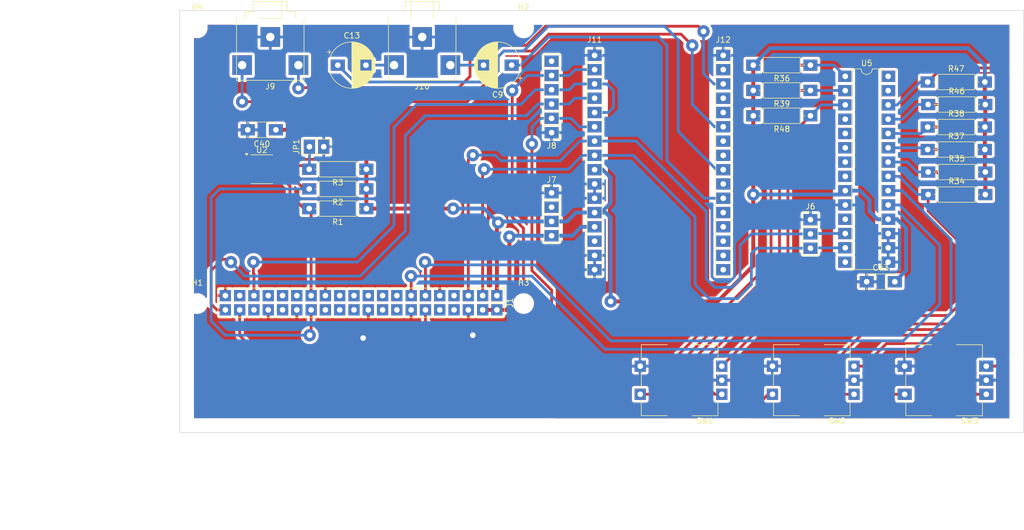
<source format=kicad_pcb>
(kicad_pcb (version 20241229) (generator "pcbnew") (generator_version "9.0")
  (title_block (title "Chorsu Pedal PCB") (date "2025-03-12") (rev "v1") (company "DRAWN BY NICOLAS VIALE"))
  (layers (0 "F.Cu" signal) (2 "B.Cu" signal) (25 "Edge.Cuts" user))
  (net 0 "")
  (net 1 "+3V3")
  (net 2 "GND")
  (net 3 "+5V")
  (net 4 "OUT_R")
  (net 5 "Net-(C9-Pad2)")
  (net 6 "OUT_L")
  (net 7 "Net-(C13-Pad2)")
  (net 9 "INT2")
  (net 10 "INT1")
  (net 11 "RIN2")
  (net 12 "LIN2")
  (net 14 "EEPROM_SCL")
  (net 16 "I2C_SCL")
  (net 19 "I2S_DIN")
  (net 28 "I2C_SDA")
  (net 33 "I2S_FS")
  (net 37 "EEPROM_SDA")
  (net 38 "I2S_CLK")
  (net 39 "I2S_DOUT")
  (net 40 "MCLK")
  (net 43 "+1V5")
  (net 45 "Net-(JP1-A)")
  (net 50 "+3.3VA")
  (net 63 "ENC1_A")
  (net 64 "ENC1_B")
  (net 65 "ENC1_SW")
  (net 66 "ENC2_A")
  (net 67 "ENC2_B")
  (net 68 "ENC2_SW")
  (net 69 "ENC3_A")
  (net 70 "ENC3_B")
  (net 71 "ENC3_SW")
  (footprint "Capacitor_THT:C_Disc_D4.7mm_W2.5mm_P5.00mm" (layer "F.Cu") (at 197.5 91)
    (property "Reference" "C43")
    (property "Value" "0.1u")
  )
  (footprint "Capacitor_THT:C_Disc_D4.7mm_W2.5mm_P5.00mm" (layer "F.Cu") (at 92.5 64 180)
    (property "Reference" "C40")
    (property "Value" "0.1u")
  )
  (footprint "Resistor_THT:R_Axial_DIN0207_L6.3mm_D2.5mm_P10.16mm_Horizontal" (layer "F.Cu") (at 208.42 59.5)
    (property "Reference" "R46")
    (property "Value" "10k")
  )
  (footprint "Resistor_THT:R_Axial_DIN0207_L6.3mm_D2.5mm_P10.16mm_Horizontal" (layer "F.Cu") (at 187.5 61.5 180)
    (property "Reference" "R48")
    (property "Value" "10k")
  )
  (footprint "Rotary_Encoder:RotaryEncoder_Bourns_Vertical_PEC12R-3x17F-Sxxxx" (layer "F.Cu") (at 218.75 111 180)
    (property "Reference" "SW3")
    (property "Value" "RotaryEncoder_Switch")
  )
  (footprint "Capacitor_THT:CP_Radial_D8.0mm_P5.00mm" (layer "F.Cu") (at 103.5 52.5)
    (property "Reference" "C13")
    (property "Value" "100u")
  )
  (footprint "Connector_PinHeader_2.54mm:PinHeader_1x04_P2.54mm_Vertical" (layer "F.Cu") (at 141.5 75.2)
    (property "Reference" "J7")
    (property "Value" "PWR")
  )
  (footprint "MountingHole:MountingHole_2.7mm_M2.5" (layer "F.Cu") (at 136.525 94.875)
    (property "Reference" "H3")
    (property "Value" "MountingHole")
  )
  (footprint "Connector_PinHeader_2.54mm:PinHeader_1x03_P2.54mm_Vertical" (layer "F.Cu") (at 187.5 79.96)
    (property "Reference" "J6")
    (property "Value" "I2C Header")
  )
  (footprint "Connector_PinSocket_2.54mm:PinSocket_1x16_P2.54mm_Vertical" (layer "F.Cu") (at 172 50.76)
    (property "Reference" "J12")
    (property "Value" "BOB21250-RIGHT")
  )
  (footprint "Rotary_Encoder:RotaryEncoder_Bourns_Vertical_PEC12R-3x17F-Sxxxx" (layer "F.Cu") (at 195.25 111 180)
    (property "Reference" "SW2")
    (property "Value" "RotaryEncoder_Switch")
  )
  (footprint "Resistor_THT:R_Axial_DIN0207_L6.3mm_D2.5mm_P10.16mm_Horizontal" (layer "F.Cu") (at 208.34 55.5)
    (property "Reference" "R47")
    (property "Value" "10k")
  )
  (footprint "Resistor_THT:R_Axial_DIN0207_L6.3mm_D2.5mm_P10.16mm_Horizontal" (layer "F.Cu") (at 208.42 71.5)
    (property "Reference" "R35")
    (property "Value" "10k")
  )
  (footprint "MountingHole:MountingHole_2.7mm_M2.5" (layer "F.Cu") (at 78.525 94.875)
    (property "Reference" "H1")
    (property "Value" "MountingHole")
  )
  (footprint "Rotary_Encoder:RotaryEncoder_Bourns_Vertical_PEC12R-3x17F-Sxxxx" (layer "F.Cu") (at 171.75 111 180)
    (property "Reference" "SW1")
    (property "Value" "RotaryEncoder_Switch")
  )
  (footprint "Connector_PinHeader_2.54mm:PinHeader_2x20_P2.54mm_Vertical" (layer "F.Cu") (at 131.78 93.46 -90)
    (property "Reference" "J1")
    (property "Value" "RPi GPIO")
  )
  (footprint "Resistor_THT:R_Axial_DIN0207_L6.3mm_D2.5mm_P10.16mm_Horizontal" (layer "F.Cu") (at 208.42 75.5)
    (property "Reference" "R34")
    (property "Value" "10k")
  )
  (footprint "Resistor_THT:R_Axial_DIN0207_L6.3mm_D2.5mm_P10.16mm_Horizontal" (layer "F.Cu") (at 208.34 67.5)
    (property "Reference" "R37")
    (property "Value" "10k")
  )
  (footprint "Connector_PinHeader_2.54mm:PinHeader_1x06_P2.54mm_Vertical" (layer "F.Cu") (at 141.5 64.5 180)
    (property "Reference" "J8")
    (property "Value" "I2S Header")
  )
  (footprint "Resistor_THT:R_Axial_DIN0207_L6.3mm_D2.5mm_P10.16mm_Horizontal" (layer "F.Cu") (at 208.34 63.5)
    (property "Reference" "R38")
    (property "Value" "10k")
  )
  (footprint "Resistor_THT:R_Axial_DIN0207_L6.3mm_D2.5mm_P10.16mm_Horizontal" (layer "F.Cu") (at 108.58 71 180)
    (property "Reference" "R3")
    (property "Value" "1k")
  )
  (footprint "MountingHole:MountingHole_2.7mm_M2.5" (layer "F.Cu") (at 136.525 45.875)
    (property "Reference" "H2")
    (property "Value" "MountingHole")
  )
  (footprint "Capacitor_THT:CP_Radial_D8.0mm_P5.00mm" (layer "F.Cu") (at 134.402651 52.5 180)
    (property "Reference" "C9")
    (property "Value" "100u")
  )
  (footprint "Connector_PinHeader_2.54mm:PinHeader_1x02_P2.54mm_Vertical" (layer "F.Cu") (at 98.46 67 90)
    (property "Reference" "JP1")
    (property "Value" "Jumper_2_Open")
  )
  (footprint "MountingHole:MountingHole_2.7mm_M2.5" (layer "F.Cu") (at 78.525 45.875)
    (property "Reference" "H4")
    (property "Value" "MountingHole")
  )
  (footprint "Resistor_THT:R_Axial_DIN0207_L6.3mm_D2.5mm_P10.16mm_Horizontal" (layer "F.Cu") (at 108.58 74.5 180)
    (property "Reference" "R2")
    (property "Value" "3k9")
  )
  (footprint "Package_DIP:DIP-28_W7.62mm" (layer "F.Cu") (at 193.69 54.49)
    (property "Reference" "U5")
    (property "Value" "MCP23017_SP")
  )
  (footprint "Connector_Audio:Jack_3.5mm_CUI_SJ1-3523N_Horizontal" (layer "F.Cu") (at 118.5 47.5 180)
    (property "Reference" "J10")
    (property "Value" "Line In")
  )
  (footprint "Resistor_THT:R_Axial_DIN0207_L6.3mm_D2.5mm_P10.16mm_Horizontal" (layer "F.Cu") (at 187.5 52.5 180)
    (property "Reference" "R36")
    (property "Value" "10k")
  )
  (footprint "Resistor_THT:R_Axial_DIN0207_L6.3mm_D2.5mm_P10.16mm_Horizontal" (layer "F.Cu") (at 187.5 57 180)
    (property "Reference" "R39")
    (property "Value" "10k")
  )
  (footprint "Package_SO:SOIC-8_3.9x4.9mm_P1.27mm" (layer "F.Cu") (at 90 71)
    (property "Reference" "U2")
    (property "Value" "24LC256")
  )
  (footprint "Connector_PinSocket_2.54mm:PinSocket_1x16_P2.54mm_Vertical" (layer "F.Cu") (at 149.14 50.76)
    (property "Reference" "J11")
    (property "Value" "BOB21250-LEFT")
  )
  (footprint "Resistor_THT:R_Axial_DIN0207_L6.3mm_D2.5mm_P10.16mm_Horizontal" (layer "F.Cu") (at 108.58 78 180)
    (property "Reference" "R1")
    (property "Value" "3k9")
  )
  (footprint "Connector_Audio:Jack_3.5mm_CUI_SJ1-3523N_Horizontal" (layer "F.Cu") (at 91.5 47.5 180)
    (property "Reference" "J9")
    (property "Value" "Line In")
  )
  (gr_rect (start 75.4 42.8) (end 225.4 117.8) (stroke (width 0.1)) (fill no) (layer "Edge.Cuts"))
  (gr_text "ENG5220 - CHORUS PEDAL" (at 77.5 115 0) (layer "F.Cu") (effects (font (size 3 3) (thickness 0.3)) (justify left bottom)))
  (segment (start 95 64) (end 92.5 64) (width 0.7) (layer "F.Cu") (net 1))
  (segment (start 131.78 80.72) (end 132 80.5) (width 0.7) (layer "F.Cu") (net 1))
  (segment (start 96 64) (end 104.5 64) (width 0.7) (layer "F.Cu") (net 1))
  (segment (start 95.5 67.5) (end 95.5 65.5) (width 0.7) (layer "F.Cu") (net 1))
  (segment (start 218.58 59.5) (end 218.58 63.42) (width 0.7) (layer "F.Cu") (net 1))
  (segment (start 95.5 65.5) (end 95.5 64.5) (width 0.7) (layer "F.Cu") (net 1))
  (segment (start 218.5 59.42) (end 218.58 59.5) (width 0.7) (layer "F.Cu") (net 1))
  (segment (start 131.78 93.46) (end 131.78 80.72) (width 0.7) (layer "F.Cu") (net 1))
  (segment (start 218.58 63.42) (end 218.5 63.5) (width 0.7) (layer "F.Cu") (net 1))
  (segment (start 218.5 55.5) (end 218.5 59.42) (width 0.7) (layer "F.Cu") (net 1))
  (segment (start 177.34 61.5) (end 177.34 75.5) (width 0.7) (layer "F.Cu") (net 1))
  (segment (start 218.5 63.5) (end 218.5 67.5) (width 0.7) (layer "F.Cu") (net 1))
  (segment (start 108.58 71) (end 108.58 74.5) (width 0.7) (layer "F.Cu") (net 1))
  (segment (start 92.475 69.095) (end 93.905 69.095) (width 0.7) (layer "F.Cu") (net 1))
  (segment (start 104.5 64) (end 108.58 68.08) (width 0.7) (layer "F.Cu") (net 1))
  (segment (start 95.5 64.5) (end 96 64) (width 0.7) (layer "F.Cu") (net 1))
  (segment (start 108.58 78) (end 124 78) (width 0.7) (layer "F.Cu") (net 1))
  (segment (start 171 94.5) (end 152 94.5) (width 0.7) (layer "F.Cu") (net 1))
  (segment (start 177.34 88.16) (end 171 94.5) (width 0.7) (layer "F.Cu") (net 1))
  (segment (start 218.5 67.5) (end 218.5 71.42) (width 0.7) (layer "F.Cu") (net 1))
  (segment (start 177.34 57) (end 177.34 61.5) (width 0.7) (layer "F.Cu") (net 1))
  (segment (start 95.5 64.5) (end 95 64) (width 0.7) (layer "F.Cu") (net 1))
  (segment (start 177.34 52.5) (end 177.34 57) (width 0.7) (layer "F.Cu") (net 1))
  (segment (start 177.34 75.5) (end 177.34 88.16) (width 0.7) (layer "F.Cu") (net 1))
  (segment (start 108.58 68.08) (end 108.58 71) (width 0.7) (layer "F.Cu") (net 1))
  (segment (start 218.5 71.42) (end 218.58 71.5) (width 0.7) (layer "F.Cu") (net 1))
  (segment (start 218.58 71.5) (end 218.58 75.5) (width 0.7) (layer "F.Cu") (net 1))
  (segment (start 93.905 69.095) (end 95.5 67.5) (width 0.7) (layer "F.Cu") (net 1))
  (segment (start 108.58 74.5) (end 108.58 78) (width 0.7) (layer "F.Cu") (net 1))
  (via (at 152 94.5) (size 2.2) (drill 1) (layers "F.Cu" "B.Cu") (net 1))
  (via (at 177.34 75.5) (size 2.2) (drill 1) (layers "F.Cu" "B.Cu") (net 1))
  (via (at 132 80.5) (size 2.2) (drill 1) (layers "F.Cu" "B.Cu") (net 1))
  (via (at 124 78) (size 2.2) (drill 1) (layers "F.Cu" "B.Cu") (net 1))
  (segment (start 204.5 89) (end 202.5 91) (width 0.7) (layer "B.Cu") (net 1))
  (segment (start 198 78.5) (end 198 76.5) (width 0.7) (layer "B.Cu") (net 1))
  (segment (start 218.5 55.5) (end 218.5 52.5) (width 0.7) (layer "B.Cu") (net 1))
  (segment (start 204.5 81.5) (end 204.5 89) (width 0.7) (layer "B.Cu") (net 1))
  (segment (start 141.5 80.28) (end 144.22 80.28) (width 0.7) (layer "B.Cu") (net 1))
  (segment (start 144.22 80.28) (end 145.8 78.7) (width 0.7) (layer "B.Cu") (net 1))
  (segment (start 198 76.5) (end 196.31 74.81) (width 0.7) (layer "B.Cu") (net 1))
  (segment (start 152 94.5) (end 152 79.61) (width 0.7) (layer "B.Cu") (net 1))
  (segment (start 215.5 49.5) (end 180.34 49.5) (width 0.7) (layer "B.Cu") (net 1))
  (segment (start 145.8 78.7) (end 149.14 78.7) (width 0.7) (layer "B.Cu") (net 1))
  (segment (start 180.34 49.5) (end 177.34 52.5) (width 0.7) (layer "B.Cu") (net 1))
  (segment (start 132 80.5) (end 132.22 80.28) (width 0.7) (layer "B.Cu") (net 1))
  (segment (start 218.5 52.5) (end 215.5 49.5) (width 0.7) (layer "B.Cu") (net 1))
  (segment (start 201.31 79.89) (end 202.89 79.89) (width 0.7) (layer "B.Cu") (net 1))
  (segment (start 124 78) (end 129.5 78) (width 0.7) (layer "B.Cu") (net 1))
  (segment (start 152 79.61) (end 151.09 78.7) (width 0.7) (layer "B.Cu") (net 1))
  (segment (start 199.39 79.89) (end 198 78.5) (width 0.7) (layer "B.Cu") (net 1))
  (segment (start 201.31 79.89) (end 199.39 79.89) (width 0.7) (layer "B.Cu") (net 1))
  (segment (start 152 72.5) (end 152 77) (width 0.7) (layer "B.Cu") (net 1))
  (segment (start 193 75.5) (end 177.34 75.5) (width 0.7) (layer "B.Cu") (net 1))
  (segment (start 150.3 78.7) (end 149.14 78.7) (width 0.7) (layer "B.Cu") (net 1))
  (segment (start 196.31 74.81) (end 193.69 74.81) (width 0.7) (layer "B.Cu") (net 1))
  (segment (start 132.22 80.28) (end 141.5 80.28) (width 0.7) (layer "B.Cu") (net 1))
  (segment (start 193.69 74.81) (end 193 75.5) (width 0.7) (layer "B.Cu") (net 1))
  (segment (start 151.09 78.7) (end 149.14 78.7) (width 0.7) (layer "B.Cu") (net 1))
  (segment (start 202.89 79.89) (end 204.5 81.5) (width 0.7) (layer "B.Cu") (net 1))
  (segment (start 129.5 78) (end 132 80.5) (width 0.7) (layer "B.Cu") (net 1))
  (segment (start 150.58 71.08) (end 152 72.5) (width 0.7) (layer "B.Cu") (net 1))
  (segment (start 152 77) (end 150.3 78.7) (width 0.7) (layer "B.Cu") (net 1))
  (segment (start 149.14 71.08) (end 150.58 71.08) (width 0.7) (layer "B.Cu") (net 1))
  (segment (start 108.92 100.08) (end 108 101) (width 0.5) (layer "F.Cu") (net 2))
  (segment (start 126.7 96) (end 126.7 99.7) (width 0.5) (layer "F.Cu") (net 2))
  (segment (start 108.92 96) (end 108.92 100.08) (width 0.5) (layer "F.Cu") (net 2))
  (segment (start 126.7 99.7) (end 127.5 100.5) (width 0.5) (layer "F.Cu") (net 2))
  (via (at 127.5 100.5) (size 2.2) (drill 1) (layers "F.Cu" "B.Cu") (net 2))
  (via (at 108 101) (size 2.2) (drill 1) (layers "F.Cu" "B.Cu") (net 2))
  (segment (start 133.48 96) (end 134 95.48) (width 0.7) (layer "F.Cu") (net 3))
  (segment (start 134 95.48) (end 134 83) (width 0.7) (layer "F.Cu") (net 3))
  (segment (start 131.78 96) (end 133.48 96) (width 0.7) (layer "F.Cu") (net 3))
  (segment (start 131.78 96) (end 129.24 96) (width 0.7) (layer "F.Cu") (net 3))
  (via (at 134 83) (size 2.2) (drill 1) (layers "F.Cu" "B.Cu") (net 3))
  (segment (start 134 83) (end 134.18 82.82) (width 0.7) (layer "B.Cu") (net 3))
  (segment (start 145.18 82.82) (end 146.76 81.24) (width 0.7) (layer "B.Cu") (net 3))
  (segment (start 146.76 81.24) (end 149.14 81.24) (width 0.7) (layer "B.Cu") (net 3))
  (segment (start 134.18 82.82) (end 141.5 82.82) (width 0.7) (layer "B.Cu") (net 3))
  (segment (start 141.5 82.82) (end 145.18 82.82) (width 0.7) (layer "B.Cu") (net 3))
  (segment (start 168.66 76.16) (end 162 69.5) (width 0.5) (layer "B.Cu") (net 4))
  (segment (start 172 76.16) (end 168.66 76.16) (width 0.5) (layer "B.Cu") (net 4))
  (segment (start 162 49) (end 160.5 47.5) (width 0.5) (layer "B.Cu") (net 4))
  (segment (start 141 47.5) (end 136 52.5) (width 0.5) (layer "B.Cu") (net 4))
  (segment (start 136 52.5) (end 134.402651 52.5) (width 0.5) (layer "B.Cu") (net 4))
  (segment (start 162 69.5) (end 162 49) (width 0.5) (layer "B.Cu") (net 4))
  (segment (start 160.5 47.5) (end 141 47.5) (width 0.5) (layer "B.Cu") (net 4))
  (segment (start 123.5 52.5) (end 128.402651 52.5) (width 0.5) (layer "B.Cu") (net 5))
  (segment (start 140.909 45.591) (end 136.5 50) (width 0.5) (layer "B.Cu") (net 6))
  (segment (start 133 50) (end 132 51) (width 0.5) (layer "B.Cu") (net 6))
  (segment (start 164 64.292) (end 164 48) (width 0.5) (layer "B.Cu") (net 6))
  (segment (start 172 71.08) (end 170.788 71.08) (width 0.5) (layer "B.Cu") (net 6))
  (segment (start 170.788 71.08) (end 164 64.292) (width 0.5) (layer "B.Cu") (net 6))
  (segment (start 136.5 50) (end 133 50) (width 0.5) (layer "B.Cu") (net 6))
  (segment (start 132 53.5) (end 130 55.5) (width 0.5) (layer "B.Cu") (net 6))
  (segment (start 132 51) (end 132 53.5) (width 0.5) (layer "B.Cu") (net 6))
  (segment (start 130 55.5) (end 106.5 55.5) (width 0.5) (layer "B.Cu") (net 6))
  (segment (start 106.5 55.5) (end 103.5 52.5) (width 0.5) (layer "B.Cu") (net 6))
  (segment (start 161.591 45.591) (end 140.909 45.591) (width 0.5) (layer "B.Cu") (net 6))
  (segment (start 164 48) (end 161.591 45.591) (width 0.5) (layer "B.Cu") (net 6))
  (segment (start 113.5 52.5) (end 108.5 52.5) (width 0.5) (layer "B.Cu") (net 7))
  (segment (start 116.54 90.04) (end 116.5 90) (width 0.5) (layer "F.Cu") (net 9))
  (segment (start 116.54 93.46) (end 116.54 90.04) (width 0.5) (layer "F.Cu") (net 9))
  (via (at 116.5 90) (size 2.2) (drill 1) (layers "F.Cu" "B.Cu") (net 9))
  (segment (start 116.5 90) (end 138 90) (width 0.5) (layer "B.Cu") (net 9))
  (segment (start 212.5 96.5) (end 212.5 83.5) (width 0.5) (layer "B.Cu") (net 9))
  (segment (start 138 90) (end 151 103) (width 0.5) (layer "B.Cu") (net 9))
  (segment (start 206 103) (end 212.5 96.5) (width 0.5) (layer "B.Cu") (net 9))
  (segment (start 203.81 74.81) (end 201.31 74.81) (width 0.5) (layer "B.Cu") (net 9))
  (segment (start 151 103) (end 206 103) (width 0.5) (layer "B.Cu") (net 9))
  (segment (start 212.5 83.5) (end 203.81 74.81) (width 0.5) (layer "B.Cu") (net 9))
  (segment (start 119.08 93.46) (end 119.08 87.58) (width 0.5) (layer "F.Cu") (net 10))
  (segment (start 119.08 87.58) (end 119 87.5) (width 0.5) (layer "F.Cu") (net 10))
  (via (at 119 87.5) (size 2.2) (drill 1) (layers "F.Cu" "B.Cu") (net 10))
  (segment (start 204 101.5) (end 152.5 101.5) (width 0.5) (layer "B.Cu") (net 10))
  (segment (start 210.5 95) (end 204 101.5) (width 0.5) (layer "B.Cu") (net 10))
  (segment (start 210.5 84.5) (end 210.5 95) (width 0.5) (layer "B.Cu") (net 10))
  (segment (start 138.5 88) (end 152 101.5) (width 0.5) (layer "B.Cu") (net 10))
  (segment (start 119.5 88) (end 138.5 88) (width 0.5) (layer "B.Cu") (net 10))
  (segment (start 201.31 77.35) (end 203.35 77.35) (width 0.5) (layer "B.Cu") (net 10))
  (segment (start 119 87.5) (end 119.5 88) (width 0.5) (layer "B.Cu") (net 10))
  (segment (start 203.35 77.35) (end 210.5 84.5) (width 0.5) (layer "B.Cu") (net 10))
  (segment (start 152 101.5) (end 152.5 101.5) (width 0.5) (layer "B.Cu") (net 10))
  (segment (start 137 49) (end 129 49) (width 0.5) (layer "F.Cu") (net 11))
  (segment (start 125.001 56.5) (end 96.6 56.5) (width 0.5) (layer "F.Cu") (net 11))
  (segment (start 167.591 45.591) (end 140.409 45.591) (width 0.5) (layer "F.Cu") (net 11))
  (segment (start 140.409 45.591) (end 137 49) (width 0.5) (layer "F.Cu") (net 11))
  (segment (start 129 49) (end 127 51) (width 0.5) (layer "F.Cu") (net 11))
  (segment (start 127 54.501) (end 125.001 56.5) (width 0.5) (layer "F.Cu") (net 11))
  (segment (start 127 51) (end 127 54.501) (width 0.5) (layer "F.Cu") (net 11))
  (segment (start 168.5 46.5) (end 167.591 45.591) (width 0.5) (layer "F.Cu") (net 11))
  (segment (start 96.6 56.5) (end 96.5 56.6) (width 0.5) (layer "F.Cu") (net 11))
  (via (at 168.5 46.5) (size 2.2) (drill 1) (layers "F.Cu" "B.Cu") (net 11))
  (via (at 96.5 56.6) (size 2.2) (drill 1) (layers "F.Cu" "B.Cu") (net 11))
  (segment (start 172 55.84) (end 170.34 55.84) (width 0.5) (layer "B.Cu") (net 11))
  (segment (start 169 54.5) (end 168.5 54) (width 0.5) (layer "B.Cu") (net 11))
  (segment (start 96.5 56.6) (end 96.5 52.5) (width 0.5) (layer "B.Cu") (net 11))
  (segment (start 168.5 54) (end 168.5 46.5) (width 0.5) (layer "B.Cu") (net 11))
  (segment (start 170.34 55.84) (end 169 54.5) (width 0.5) (layer "B.Cu") (net 11))
  (segment (start 138 50) (end 133 50) (width 0.5) (layer "F.Cu") (net 12))
  (segment (start 164.5 47) (end 141 47) (width 0.5) (layer "F.Cu") (net 12))
  (segment (start 166.5 49) (end 164.5 47) (width 0.5) (layer "F.Cu") (net 12))
  (segment (start 126.5 59) (end 86.5 59) (width 0.5) (layer "F.Cu") (net 12))
  (segment (start 132 51) (end 132 53.5) (width 0.5) (layer "F.Cu") (net 12))
  (segment (start 141 47) (end 138 50) (width 0.5) (layer "F.Cu") (net 12))
  (segment (start 132 53.5) (end 126.5 59) (width 0.5) (layer "F.Cu") (net 12))
  (segment (start 133 50) (end 132 51) (width 0.5) (layer "F.Cu") (net 12))
  (via (at 86.5 59) (size 2.2) (drill 1) (layers "F.Cu" "B.Cu") (net 12))
  (via (at 166.5 49) (size 2.2) (drill 1) (layers "F.Cu" "B.Cu") (net 12))
  (segment (start 170.46 63.46) (end 168 61) (width 0.5) (layer "B.Cu") (net 12))
  (segment (start 86.5 59) (end 86.5 52.5) (width 0.5) (layer "B.Cu") (net 12))
  (segment (start 172 63.46) (end 170.46 63.46) (width 0.5) (layer "B.Cu") (net 12))
  (segment (start 166.5 59.5) (end 166.5 49) (width 0.5) (layer "B.Cu") (net 12))
  (segment (start 168 61) (end 166.5 59.5) (width 0.5) (layer "B.Cu") (net 12))
  (segment (start 94.635 71.635) (end 97.5 74.5) (width 0.5) (layer "F.Cu") (net 14))
  (segment (start 97.5 74.5) (end 98.42 74.5) (width 0.5) (layer "F.Cu") (net 14))
  (segment (start 92.475 71.635) (end 94.635 71.635) (width 0.5) (layer "F.Cu") (net 14))
  (segment (start 98.76 96) (end 98.76 100.24) (width 0.5) (layer "F.Cu") (net 14))
  (segment (start 98.76 100.24) (end 98.5 100.5) (width 0.5) (layer "F.Cu") (net 14))
  (via (at 98.5 100.5) (size 2.2) (drill 1) (layers "F.Cu" "B.Cu") (net 14))
  (segment (start 83.5 100.5) (end 81 98) (width 0.5) (layer "B.Cu") (net 14))
  (segment (start 81 98) (end 81 76) (width 0.5) (layer "B.Cu") (net 14))
  (segment (start 81 76) (end 82.5 74.5) (width 0.5) (layer "B.Cu") (net 14))
  (segment (start 98.5 100.5) (end 83.5 100.5) (width 0.5) (layer "B.Cu") (net 14))
  (segment (start 82.5 74.5) (end 98.42 74.5) (width 0.5) (layer "B.Cu") (net 14))
  (segment (start 126.700001 93.46) (end 126.700001 69.299999) (width 0.5) (layer "F.Cu") (net 16))
  (segment (start 126.700001 69.299999) (end 127.5 68.5) (width 0.5) (layer "F.Cu") (net 16))
  (via (at 127.5 68.5) (size 2.2) (drill 1) (layers "F.Cu" "B.Cu") (net 16))
  (segment (start 173.5 92) (end 170.5 92) (width 0.5) (layer "B.Cu") (net 16))
  (segment (start 175 90.5) (end 173.5 92) (width 0.5) (layer "B.Cu") (net 16))
  (segment (start 187.5 82.5) (end 177 82.5) (width 0.5) (layer "B.Cu") (net 16))
  (segment (start 187.57 82.43) (end 187.5 82.5) (width 0.5) (layer "B.Cu") (net 16))
  (segment (start 143 69.5) (end 146.5 66) (width 0.5) (layer "B.Cu") (net 16))
  (segment (start 146.5 66) (end 149.14 66) (width 0.5) (layer "B.Cu") (net 16))
  (segment (start 177 82.5) (end 175 84.5) (width 0.5) (layer "B.Cu") (net 16))
  (segment (start 131.5 68.5) (end 132.5 69.5) (width 0.5) (layer "B.Cu") (net 16))
  (segment (start 127.5 68.5) (end 131.5 68.5) (width 0.5) (layer "B.Cu") (net 16))
  (segment (start 169 90.5) (end 169 78.5) (width 0.5) (layer "B.Cu") (net 16))
  (segment (start 170.5 92) (end 169 90.5) (width 0.5) (layer "B.Cu") (net 16))
  (segment (start 175 84.5) (end 175 90.5) (width 0.5) (layer "B.Cu") (net 16))
  (segment (start 156.5 66) (end 149.14 66) (width 0.5) (layer "B.Cu") (net 16))
  (segment (start 132.5 69.5) (end 143 69.5) (width 0.5) (layer "B.Cu") (net 16))
  (segment (start 169 78.5) (end 156.5 66) (width 0.5) (layer "B.Cu") (net 16))
  (segment (start 193.69 82.43) (end 187.57 82.43) (width 0.5) (layer "B.Cu") (net 16))
  (segment (start 83 87) (end 81 89) (width 0.5) (layer "F.Cu") (net 19))
  (segment (start 84 87) (end 83 87) (width 0.5) (layer "F.Cu") (net 19))
  (segment (start 82.02 96) (end 83.52 96) (width 0.5) (layer "F.Cu") (net 19))
  (segment (start 84.5 87.5) (end 84 87) (width 0.5) (layer "F.Cu") (net 19))
  (segment (start 81 94.98) (end 82.02 96) (width 0.5) (layer "F.Cu") (net 19))
  (segment (start 81 89) (end 81 94.98) (width 0.5) (layer "F.Cu") (net 19))
  (via (at 84.5 87.5) (size 2.2) (drill 1) (layers "F.Cu" "B.Cu") (net 19))
  (segment (start 116.5 64) (end 115.5 65) (width 0.5) (layer "B.Cu") (net 19))
  (segment (start 115.5 65) (end 115.5 77.5) (width 0.5) (layer "B.Cu") (net 19))
  (segment (start 110.5 87) (end 107.5 90) (width 0.5) (layer "B.Cu") (net 19))
  (segment (start 87 90) (end 84.5 87.5) (width 0.5) (layer "B.Cu") (net 19))
  (segment (start 115.5 82) (end 110.5 87) (width 0.5) (layer "B.Cu") (net 19))
  (segment (start 119 61.5) (end 116.5 64) (width 0.5) (layer "B.Cu") (net 19))
  (segment (start 107.5 90) (end 100 90) (width 0.5) (layer "B.Cu") (net 19))
  (segment (start 115.5 77.5) (end 115.5 82) (width 0.5) (layer "B.Cu") (net 19))
  (segment (start 137 61.5) (end 128.5 61.5) (width 0.5) (layer "B.Cu") (net 19))
  (segment (start 128.5 61.5) (end 119 61.5) (width 0.5) (layer "B.Cu") (net 19))
  (segment (start 144.579999 59.420001) (end 145.62 58.38) (width 0.5) (layer "B.Cu") (net 19))
  (segment (start 145.62 58.38) (end 149.14 58.38) (width 0.5) (layer "B.Cu") (net 19))
  (segment (start 141.5 59.420001) (end 144.579999 59.420001) (width 0.5) (layer "B.Cu") (net 19))
  (segment (start 141.5 59.420001) (end 139.079999 59.420001) (width 0.5) (layer "B.Cu") (net 19))
  (segment (start 100 90) (end 87 90) (width 0.5) (layer "B.Cu") (net 19))
  (segment (start 139.079999 59.420001) (end 137 61.5) (width 0.5) (layer "B.Cu") (net 19))
  (segment (start 129.24 71.26) (end 129.5 71) (width 0.5) (layer "F.Cu") (net 28))
  (segment (start 129.24 93.46) (end 129.24 71.26) (width 0.5) (layer "F.Cu") (net 28))
  (via (at 129.5 71) (size 2.2) (drill 1) (layers "F.Cu" "B.Cu") (net 28))
  (segment (start 167 91.5) (end 167 79.5) (width 0.5) (layer "B.Cu") (net 28))
  (segment (start 177 91.5) (end 174.5 94) (width 0.5) (layer "B.Cu") (net 28))
  (segment (start 129.5 71) (end 144.5 71) (width 0.5) (layer "B.Cu") (net 28))
  (segment (start 167 79.5) (end 156.04 68.54) (width 0.5) (layer "B.Cu") (net 28))
  (segment (start 177.96 85.04) (end 177 86) (width 0.5) (layer "B.Cu") (net 28))
  (segment (start 144.5 71) (end 146.96 68.54) (width 0.5) (layer "B.Cu") (net 28))
  (segment (start 169.5 94) (end 167 91.5) (width 0.5) (layer "B.Cu") (net 28))
  (segment (start 156.04 68.54) (end 149.14 68.54) (width 0.5) (layer "B.Cu") (net 28))
  (segment (start 146.96 68.54) (end 149.14 68.54) (width 0.5) (layer "B.Cu") (net 28))
  (segment (start 174.5 94) (end 169.5 94) (width 0.5) (layer "B.Cu") (net 28))
  (segment (start 193.69 84.97) (end 187.57 84.97) (width 0.5) (layer "B.Cu") (net 28))
  (segment (start 187.5 85.04) (end 177.96 85.04) (width 0.5) (layer "B.Cu") (net 28))
  (segment (start 187.57 84.97) (end 187.5 85.04) (width 0.5) (layer "B.Cu") (net 28))
  (segment (start 177 86) (end 177 91.5) (width 0.5) (layer "B.Cu") (net 28))
  (segment (start 88.6 89.6) (end 88.6 93.46) (width 0.5) (layer "F.Cu") (net 33))
  (segment (start 88.5 89.5) (end 88.6 89.6) (width 0.5) (layer "F.Cu") (net 33))
  (segment (start 88.5 87.5) (end 88.5 89.5) (width 0.5) (layer "F.Cu") (net 33))
  (via (at 88.5 87.5) (size 2.2) (drill 1) (layers "F.Cu" "B.Cu") (net 33))
  (segment (start 152.5 57) (end 151.34 55.84) (width 0.5) (layer "B.Cu") (net 33))
  (segment (start 109.5 85) (end 107 87.5) (width 0.5) (layer "B.Cu") (net 33))
  (segment (start 141.5 56.88) (end 138.62 56.88) (width 0.5) (layer "B.Cu") (net 33))
  (segment (start 113.5 81) (end 109.5 85) (width 0.5) (layer "B.Cu") (net 33))
  (segment (start 107 87.5) (end 88.5 87.5) (width 0.5) (layer "B.Cu") (net 33))
  (segment (start 145.66 55.84) (end 149.14 55.84) (width 0.5) (layer "B.Cu") (net 33))
  (segment (start 152.5 60) (end 152.5 57) (width 0.5) (layer "B.Cu") (net 33))
  (segment (start 138.62 56.88) (end 136 59.5) (width 0.5) (layer "B.Cu") (net 33))
  (segment (start 151.34 55.84) (end 149.14 55.84) (width 0.5) (layer "B.Cu") (net 33))
  (segment (start 117.5 59.5) (end 113.5 63.5) (width 0.5) (layer "B.Cu") (net 33))
  (segment (start 149.14 60.92) (end 151.58 60.92) (width 0.5) (layer "B.Cu") (net 33))
  (segment (start 141.5 56.88) (end 144.62 56.88) (width 0.5) (layer "B.Cu") (net 33))
  (segment (start 144.62 56.88) (end 145.66 55.84) (width 0.5) (layer "B.Cu") (net 33))
  (segment (start 151.58 60.92) (end 152.5 60) (width 0.5) (layer "B.Cu") (net 33))
  (segment (start 136 59.5) (end 117.5 59.5) (width 0.5) (layer "B.Cu") (net 33))
  (segment (start 113.5 63.5) (end 113.5 81) (width 0.5) (layer "B.Cu") (net 33))
  (segment (start 95 74) (end 95 75.5) (width 0.5) (layer "F.Cu") (net 37))
  (segment (start 97.5 78) (end 98.42 78) (width 0.5) (layer "F.Cu") (net 37))
  (segment (start 98.76 93.46) (end 98.76 78.34) (width 0.5) (layer "F.Cu") (net 37))
  (segment (start 92.475 72.905) (end 93.905 72.905) (width 0.5) (layer "F.Cu") (net 37))
  (segment (start 95 75.5) (end 97.5 78) (width 0.5) (layer "F.Cu") (net 37))
  (segment (start 93.905 72.905) (end 95 74) (width 0.5) (layer "F.Cu") (net 37))
  (segment (start 98.76 78.34) (end 98.42 78) (width 0.5) (layer "F.Cu") (net 37))
  (segment (start 119.08 98.08) (end 119.08 96) (width 0.5) (layer "F.Cu") (net 38))
  (segment (start 139.5 97) (end 133.5 103) (width 0.5) (layer "F.Cu") (net 38))
  (segment (start 133.5 103) (end 124 103) (width 0.5) (layer "F.Cu") (net 38))
  (segment (start 136.5 90.5) (end 139.5 93.5) (width 0.5) (layer "F.Cu") (net 38))
  (segment (start 124 103) (end 119.08 98.08) (width 0.5) (layer "F.Cu") (net 38))
  (segment (start 136.5 81.5) (end 136.5 90.5) (width 0.5) (layer "F.Cu") (net 38))
  (segment (start 134.5 57) (end 134.5 79.5) (width 0.5) (layer "F.Cu") (net 38))
  (segment (start 134.5 79.5) (end 136.5 81.5) (width 0.5) (layer "F.Cu") (net 38))
  (segment (start 139.5 93.5) (end 139.5 97) (width 0.5) (layer "F.Cu") (net 38))
  (via (at 134.5 57) (size 2.2) (drill 1) (layers "F.Cu" "B.Cu") (net 38))
  (segment (start 141.5 54.34) (end 144.66 54.34) (width 0.5) (layer "B.Cu") (net 38))
  (segment (start 144.66 54.34) (end 145.7 53.3) (width 0.5) (layer "B.Cu") (net 38))
  (segment (start 137.16 54.34) (end 134.5 57) (width 0.5) (layer "B.Cu") (net 38))
  (segment (start 145.7 53.3) (end 149.14 53.3) (width 0.5) (layer "B.Cu") (net 38))
  (segment (start 141.5 54.34) (end 137.16 54.34) (width 0.5) (layer "B.Cu") (net 38))
  (segment (start 138 89) (end 141.5 92.5) (width 0.5) (layer "F.Cu") (net 39))
  (segment (start 86.06 100.56) (end 86.06 96) (width 0.5) (layer "F.Cu") (net 39))
  (segment (start 141.5 98) (end 135 104.5) (width 0.5) (layer "F.Cu") (net 39))
  (segment (start 141.5 92.5) (end 141.5 98) (width 0.5) (layer "F.Cu") (net 39))
  (segment (start 135 104.5) (end 90 104.5) (width 0.5) (layer "F.Cu") (net 39))
  (segment (start 90 104.5) (end 86.06 100.56) (width 0.5) (layer "F.Cu") (net 39))
  (segment (start 138 66.5) (end 138 89) (width 0.5) (layer "F.Cu") (net 39))
  (via (at 138 66.5) (size 2.2) (drill 1) (layers "F.Cu" "B.Cu") (net 39))
  (segment (start 138 63.5) (end 138 66.5) (width 0.5) (layer "B.Cu") (net 39))
  (segment (start 146.46 63.46) (end 149.14 63.46) (width 0.5) (layer "B.Cu") (net 39))
  (segment (start 141.5 61.96) (end 139.54 61.96) (width 0.5) (layer "B.Cu") (net 39))
  (segment (start 141.5 61.96) (end 144.96 61.96) (width 0.5) (layer "B.Cu") (net 39))
  (segment (start 139.54 61.96) (end 138 63.5) (width 0.5) (layer "B.Cu") (net 39))
  (segment (start 144.96 61.96) (end 146.46 63.46) (width 0.5) (layer "B.Cu") (net 39))
  (segment (start 92.475 70.365) (end 97.785 70.365) (width 0.5) (layer "F.Cu") (net 45))
  (segment (start 97.785 70.365) (end 98.42 71) (width 0.5) (layer "F.Cu") (net 45))
  (segment (start 98.46 67) (end 98.46 70.96) (width 0.5) (layer "B.Cu") (net 45))
  (segment (start 98.46 70.96) (end 98.42 71) (width 0.5) (layer "B.Cu") (net 45))
  (segment (start 208.42 75.5) (end 208.42 78.42) (width 0.5) (layer "F.Cu") (net 63))
  (segment (start 215 94) (end 212 97) (width 0.5) (layer "F.Cu") (net 63))
  (segment (start 208.42 78.42) (end 215 85) (width 0.5) (layer "F.Cu") (net 63))
  (segment (start 169 109.5) (end 170.5 111) (width 0.5) (layer "F.Cu") (net 63))
  (segment (start 212 97) (end 176.5 97) (width 0.5) (layer "F.Cu") (net 63))
  (segment (start 169 104.5) (end 169 109.5) (width 0.5) (layer "F.Cu") (net 63))
  (segment (start 170.5 111) (end 171.75 111) (width 0.5) (layer "F.Cu") (net 63))
  (segment (start 176.5 97) (end 169 104.5) (width 0.5) (layer "F.Cu") (net 63))
  (segment (start 215 85) (end 215 94) (width 0.5) (layer "F.Cu") (net 63))
  (segment (start 206.5 75.5) (end 208.42 75.5) (width 0.5) (layer "B.Cu") (net 63))
  (segment (start 203.27 72.27) (end 206.5 75.5) (width 0.5) (layer "B.Cu") (net 63))
  (segment (start 201.31 72.27) (end 203.27 72.27) (width 0.5) (layer "B.Cu") (net 63))
  (segment (start 211.5 73) (end 210 71.5) (width 0.5) (layer "F.Cu") (net 64))
  (segment (start 210 71.5) (end 208.42 71.5) (width 0.5) (layer "F.Cu") (net 64))
  (segment (start 211.5 79.5) (end 211.5 73) (width 0.5) (layer "F.Cu") (net 64))
  (segment (start 216.5 95) (end 216.5 84.5) (width 0.5) (layer "F.Cu") (net 64))
  (segment (start 179.25 98.5) (end 213 98.5) (width 0.5) (layer "F.Cu") (net 64))
  (segment (start 213 98.5) (end 216.5 95) (width 0.5) (layer "F.Cu") (net 64))
  (segment (start 171.75 106) (end 179.25 98.5) (width 0.5) (layer "F.Cu") (net 64))
  (segment (start 216.5 84.5) (end 211.5 79.5) (width 0.5) (layer "F.Cu") (net 64))
  (segment (start 204.73 69.73) (end 206.5 71.5) (width 0.5) (layer "B.Cu") (net 64))
  (segment (start 206.5 71.5) (end 208.42 71.5) (width 0.5) (layer "B.Cu") (net 64))
  (segment (start 201.31 69.73) (end 204.73 69.73) (width 0.5) (layer "B.Cu") (net 64))
  (segment (start 180.5 87.5) (end 180.5 55.5) (width 0.5) (layer "F.Cu") (net 65))
  (segment (start 183.5 52.5) (end 187.5 52.5) (width 0.5) (layer "F.Cu") (net 65))
  (segment (start 157.25 111) (end 160.5 111) (width 0.5) (layer "F.Cu") (net 65))
  (segment (start 160.5 111) (end 163.5 108) (width 0.5) (layer "F.Cu") (net 65))
  (segment (start 180.5 55.5) (end 183.5 52.5) (width 0.5) (layer "F.Cu") (net 65))
  (segment (start 163.5 108) (end 163.5 104.5) (width 0.5) (layer "F.Cu") (net 65))
  (segment (start 163.5 104.5) (end 180.5 87.5) (width 0.5) (layer "F.Cu") (net 65))
  (segment (start 187.5 52.5) (end 191.7 52.5) (width 0.5) (layer "B.Cu") (net 65))
  (segment (start 191.7 52.5) (end 193.69 54.49) (width 0.5) (layer "B.Cu") (net 65))
  (segment (start 213 69) (end 211.5 67.5) (width 0.5) (layer "F.Cu") (net 66))
  (segment (start 193.5 111) (end 192.5 110) (width 0.5) (layer "F.Cu") (net 66))
  (segment (start 195.25 111) (end 193.5 111) (width 0.5) (layer "F.Cu") (net 66))
  (segment (start 214 100.5) (end 218 96.5) (width 0.5) (layer "F.Cu") (net 66))
  (segment (start 213 79) (end 213 69) (width 0.5) (layer "F.Cu") (net 66))
  (segment (start 196.5 100.5) (end 214 100.5) (width 0.5) (layer "F.Cu") (net 66))
  (segment (start 192.5 104.5) (end 196.5 100.5) (width 0.5) (layer "F.Cu") (net 66))
  (segment (start 218 84) (end 213 79) (width 0.5) (layer "F.Cu") (net 66))
  (segment (start 192.5 110) (end 192.5 104.5) (width 0.5) (layer "F.Cu") (net 66))
  (segment (start 218 96.5) (end 218 84) (width 0.5) (layer "F.Cu") (net 66))
  (segment (start 211.5 67.5) (end 208.34 67.5) (width 0.5) (layer "F.Cu") (net 66))
  (segment (start 201.31 67.19) (end 208.03 67.19) (width 0.5) (layer "B.Cu") (net 66))
  (segment (start 208.03 67.19) (end 208.34 67.5) (width 0.5) (layer "B.Cu") (net 66))
  (segment (start 212.5 63.5) (end 208.34 63.5) (width 0.5) (layer "F.Cu") (net 67))
  (segment (start 195.25 106) (end 197 106) (width 0.5) (layer "F.Cu") (net 67))
  (segment (start 201 102) (end 215 102) (width 0.5) (layer "F.Cu") (net 67))
  (segment (start 215 102) (end 219.5 97.5) (width 0.5) (layer "F.Cu") (net 67))
  (segment (start 219.5 83.5) (end 214.5 78.5) (width 0.5) (layer "F.Cu") (net 67))
  (segment (start 214.5 78.5) (end 214.5 65.5) (width 0.5) (layer "F.Cu") (net 67))
  (segment (start 219.5 97.5) (end 219.5 83.5) (width 0.5) (layer "F.Cu") (net 67))
  (segment (start 197 106) (end 201 102) (width 0.5) (layer "F.Cu") (net 67))
  (segment (start 214.5 65.5) (end 212.5 63.5) (width 0.5) (layer "F.Cu") (net 67))
  (segment (start 207.19 64.65) (end 208.34 63.5) (width 0.5) (layer "B.Cu") (net 67))
  (segment (start 201.31 64.65) (end 207.19 64.65) (width 0.5) (layer "B.Cu") (net 67))
  (segment (start 182 87.75) (end 182 60.5) (width 0.5) (layer "F.Cu") (net 68))
  (segment (start 180 111) (end 176.5 114.5) (width 0.5) (layer "F.Cu") (net 68))
  (segment (start 165.5 104.25) (end 182 87.75) (width 0.5) (layer "F.Cu") (net 68))
  (segment (start 176.5 114.5) (end 168 114.5) (width 0.5) (layer "F.Cu") (net 68))
  (segment (start 168 114.5) (end 165.5 112) (width 0.5) (layer "F.Cu") (net 68))
  (segment (start 182 60.5) (end 185.5 57) (width 0.5) (layer "F.Cu") (net 68))
  (segment (start 185.5 57) (end 187.5 57) (width 0.5) (layer "F.Cu") (net 68))
  (segment (start 165.5 112) (end 165.5 104.25) (width 0.5) (layer "F.Cu") (net 68))
  (segment (start 180.75 111) (end 180 111) (width 0.5) (layer "F.Cu") (net 68))
  (segment (start 193.66 57) (end 193.69 57.03) (width 0.5) (layer "B.Cu") (net 68))
  (segment (start 187.5 57) (end 193.66 57) (width 0.5) (layer "B.Cu") (net 68))
  (segment (start 216 110) (end 216 105) (width 0.5) (layer "F.Cu") (net 69))
  (segment (start 214.5 59.5) (end 208.42 59.5) (width 0.5) (layer "F.Cu") (net 69))
  (segment (start 218.75 111) (end 217 111) (width 0.5) (layer "F.Cu") (net 69))
  (segment (start 221 82.5) (end 216 77.5) (width 0.5) (layer "F.Cu") (net 69))
  (segment (start 221 100) (end 221 82.5) (width 0.5) (layer "F.Cu") (net 69))
  (segment (start 216 77.5) (end 216 61) (width 0.5) (layer "F.Cu") (net 69))
  (segment (start 217 111) (end 216 110) (width 0.5) (layer "F.Cu") (net 69))
  (segment (start 216 105) (end 221 100) (width 0.5) (layer "F.Cu") (net 69))
  (segment (start 216 61) (end 214.5 59.5) (width 0.5) (layer "F.Cu") (net 69))
  (segment (start 203.89 62.11) (end 206.5 59.5) (width 0.5) (layer "B.Cu") (net 69))
  (segment (start 201.31 62.11) (end 203.89 62.11) (width 0.5) (layer "B.Cu") (net 69))
  (segment (start 206.5 59.5) (end 208.42 59.5) (width 0.5) (layer "B.Cu") (net 69))
  (segment (start 210.84 53) (end 208.34 55.5) (width 0.5) (layer "F.Cu") (net 70))
  (segment (start 218.75 106) (end 220.5 106) (width 0.5) (layer "F.Cu") (net 70))
  (segment (start 222.609 103.891) (end 222.609 54.109) (width 0.5) (layer "F.Cu") (net 70))
  (segment (start 221.5 53) (end 210.84 53) (width 0.5) (layer "F.Cu") (net 70))
  (segment (start 222.609 54.109) (end 221.5 53) (width 0.5) (layer "F.Cu") (net 70))
  (segment (start 220.5 106) (end 222.609 103.891) (width 0.5) (layer "F.Cu") (net 70))
  (segment (start 202.93 59.57) (end 207 55.5) (width 0.5) (layer "B.Cu") (net 70))
  (segment (start 207 55.5) (end 208.34 55.5) (width 0.5) (layer "B.Cu") (net 70))
  (segment (start 201.31 59.57) (end 202.93 59.57) (width 0.5) (layer "B.Cu") (net 70))
  (segment (start 201 111) (end 198.5 113.5) (width 0.5) (layer "F.Cu") (net 71))
  (segment (start 167 104.5) (end 183.5 88) (width 0.5) (layer "F.Cu") (net 71))
  (segment (start 183.5 88) (end 183.5 65.5) (width 0.5) (layer "F.Cu") (net 71))
  (segment (start 198.5 113.5) (end 189 113.5) (width 0.5) (layer "F.Cu") (net 71))
  (segment (start 179.5 108.5) (end 175 113) (width 0.5) (layer "F.Cu") (net 71))
  (segment (start 169.5 113) (end 167 110.5) (width 0.5) (layer "F.Cu") (net 71))
  (segment (start 167 110.5) (end 167 104.5) (width 0.5) (layer "F.Cu") (net 71))
  (segment (start 183.5 65.5) (end 187.5 61.5) (width 0.5) (layer "F.Cu") (net 71))
  (segment (start 204.25 111) (end 201 111) (width 0.5) (layer "F.Cu") (net 71))
  (segment (start 189 113.5) (end 184 108.5) (width 0.5) (layer "F.Cu") (net 71))
  (segment (start 175 113) (end 169.5 113) (width 0.5) (layer "F.Cu") (net 71))
  (segment (start 184 108.5) (end 179.5 108.5) (width 0.5) (layer "F.Cu") (net 71))
  (segment (start 187.5 61.5) (end 189.43 59.57) (width 0.5) (layer "B.Cu") (net 71))
  (segment (start 189.43 59.57) (end 193.69 59.57) (width 0.5) (layer "B.Cu") (net 71))
  (zone (net 0) (net_name "") (layer "F.Cu") (connect_pads (clearance 0)) (min_thickness 0.25)
    (keepout (tracks not_allowed) (vias not_allowed) (pads allowed) (copperpour not_allowed) (footprints allowed))
    (fill (thermal_gap 0.5) (thermal_bridge_width 0.5))
    (polygon (pts (xy 98 45) (xy 98 55.5) (xy 85 55.5) (xy 85 45)))
  )
  (zone (net 0) (net_name "") (layer "F.Cu") (connect_pads (clearance 0)) (min_thickness 0.25)
    (keepout (tracks not_allowed) (vias not_allowed) (pads allowed) (copperpour not_allowed) (footprints allowed))
    (fill (thermal_gap 0.5) (thermal_bridge_width 0.5))
    (polygon (pts (xy 125 45) (xy 125 55.5) (xy 112 55.5) (xy 112 45)))
  )
  (zone (net 0) (net_name "") (layer "F.Cu") (connect_pads (clearance 0)) (min_thickness 0.25)
    (keepout (tracks not_allowed) (vias not_allowed) (pads allowed) (copperpour not_allowed) (footprints allowed))
    (fill (thermal_gap 0.5) (thermal_bridge_width 0.5))
    (polygon (pts (xy 189.5 77.92) (xy 189.5 86.92) (xy 185.5 86.92) (xy 185.5 77.92)))
  )
  (zone (net 0) (net_name "") (layer "F.Cu") (connect_pads (clearance 0)) (min_thickness 0.25)
    (keepout (tracks not_allowed) (vias not_allowed) (pads allowed) (copperpour not_allowed) (footprints allowed))
    (fill (thermal_gap 0.5) (thermal_bridge_width 0.5))
    (polygon (pts (xy 143.5 73.5) (xy 143.5 85) (xy 139.5 85) (xy 139.5 73.5)))
  )
  (zone (net 0) (net_name "") (layer "F.Cu") (connect_pads (clearance 0)) (min_thickness 0.25)
    (keepout (tracks not_allowed) (vias not_allowed) (pads allowed) (copperpour not_allowed) (footprints allowed))
    (fill (thermal_gap 0.5) (thermal_bridge_width 0.5))
    (polygon (pts (xy 143.5 49.920001) (xy 143.5 66.420001) (xy 139.5 66.420001) (xy 139.5 49.920001)))
  )
  (zone (net 0) (net_name "") (layer "F.Cu") (connect_pads (clearance 0)) (min_thickness 0.25)
    (keepout (tracks not_allowed) (vias not_allowed) (pads allowed) (copperpour not_allowed) (footprints allowed))
    (fill (thermal_gap 0.5) (thermal_bridge_width 0.5))
    (polygon (pts (xy 196 53) (xy 196 89) (xy 191.5 89) (xy 191.5 53)))
  )
  (zone (net 0) (net_name "") (layer "F.Cu") (connect_pads (clearance 0)) (min_thickness 0.25)
    (keepout (tracks not_allowed) (vias not_allowed) (pads allowed) (copperpour not_allowed) (footprints allowed))
    (fill (thermal_gap 0.5) (thermal_bridge_width 0.5))
    (polygon (pts (xy 151.5 48.42) (xy 151.5 90.92) (xy 147 90.92) (xy 147 48.42)))
  )
  (zone (net 0) (net_name "") (layer "F.Cu") (connect_pads (clearance 0)) (min_thickness 0.25)
    (keepout (tracks not_allowed) (vias not_allowed) (pads allowed) (copperpour not_allowed) (footprints allowed))
    (fill (thermal_gap 0.5) (thermal_bridge_width 0.5))
    (polygon (pts (xy 203.5 53) (xy 203.5 89) (xy 199 89) (xy 199 53)))
  )
  (zone (net 0) (net_name "") (layer "F.Cu") (connect_pads (clearance 0)) (min_thickness 0.25)
    (keepout (tracks not_allowed) (vias not_allowed) (pads allowed) (copperpour not_allowed) (footprints allowed))
    (fill (thermal_gap 0.5) (thermal_bridge_width 0.5))
    (polygon (pts (xy 96.5 65) (xy 103 65) (xy 103 69) (xy 96.5 69)))
  )
  (zone (net 0) (net_name "") (layer "F.Cu") (connect_pads (clearance 0)) (min_thickness 0.25)
    (keepout (tracks not_allowed) (vias not_allowed) (pads allowed) (copperpour not_allowed) (footprints allowed))
    (fill (thermal_gap 0.5) (thermal_bridge_width 0.5))
    (polygon (pts (xy 77 109.5) (xy 142 109.5) (xy 142 116) (xy 77 116)))
  )
  (zone (net 0) (net_name "") (layer "F.Cu") (connect_pads (clearance 0)) (min_thickness 0.25)
    (keepout (tracks not_allowed) (vias not_allowed) (pads allowed) (copperpour not_allowed) (footprints allowed))
    (fill (thermal_gap 0.5) (thermal_bridge_width 0.5))
    (polygon (pts (xy 174 48.42) (xy 174 90.92) (xy 169.5 90.92) (xy 169.5 48.42)))
  )
  (zone (net 2) (net_name "GND") (layers "F.Cu" "B.Cu") (connect_pads (clearance 0.5)) (min_thickness 0.25) (fill yes (thermal_gap 0.5) (thermal_bridge_width 0.5))
    (polygon (pts (xy 75.4 42.8) (xy 225.4 42.8) (xy 225.4 117.8) (xy 75.4 117.8)))
  )
  (zone (net 0) (net_name "") (layer "B.Cu") (connect_pads (clearance 0)) (min_thickness 0.25)
    (keepout (tracks not_allowed) (vias not_allowed) (pads allowed) (copperpour not_allowed) (footprints allowed))
    (fill (thermal_gap 0.5) (thermal_bridge_width 0.5))
    (polygon (pts (xy 81.5 91.5) (xy 133.5 91.5) (xy 133.5 98) (xy 81.5 98)))
  )
)
</source>
